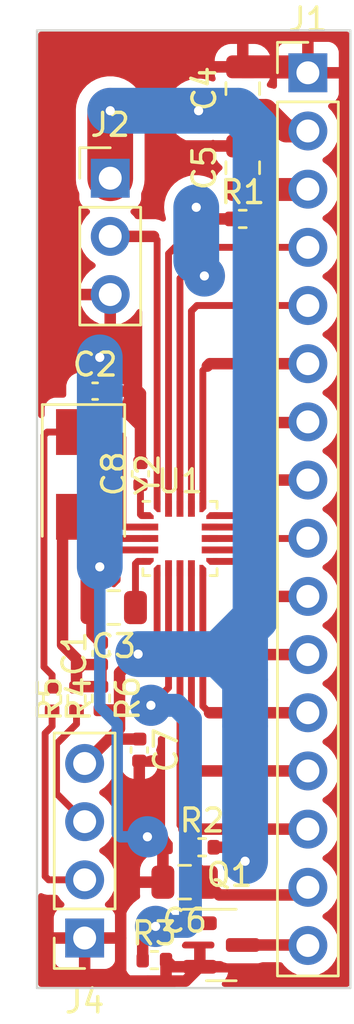
<source format=kicad_pcb>
(kicad_pcb (version 20221018) (generator pcbnew)
  (layers (0 "F.Cu" signal) (31 "B.Cu" signal) (34 "B.Paste" user) (35 "F.Paste" user) (36 "B.SilkS" user "B.Silkscreen") (37 "F.SilkS" user "F.Silkscreen") (38 "B.Mask" user) (39 "F.Mask" user) (44 "Edge.Cuts" user))
  (net 0 "")
  (net 1 "Net-(Q1-G)")
  (net 2 "GND")
  (net 3 "Net-(J1-Pin_16)")
  (net 4 "Net-(U1-NRST)")
  (net 5 "Net-(U1-VCAP)")
  (net 6 "+5V")
  (net 7 "Net-(J1-Pin_5)")
  (net 8 "Net-(J1-Pin_4)")
  (net 9 "Net-(J1-Pin_6)")
  (net 10 "Net-(J1-Pin_7)")
  (net 11 "Net-(U1-PD4)")
  (net 12 "Net-(J2-Pin_2)")
  (net 13 "Net-(J1-Pin_3)")
  (net 14 "Net-(J1-Pin_15)")
  (net 15 "Net-(J1-Pin_8)")
  (net 16 "Net-(J1-Pin_9)")
  (net 17 "Net-(J1-Pin_10)")
  (net 18 "Net-(J1-Pin_11)")
  (net 19 "Net-(J1-Pin_12)")
  (net 20 "Net-(J1-Pin_13)")
  (net 21 "Net-(J1-Pin_14)")
  (net 22 "Net-(U1-PA2)")
  (net 23 "Net-(U1-PA1)")
  (net 24 "Net-(J4-Pin_2)")
  (net 25 "Net-(J4-Pin_3)")
  (footprint "Resistor_SMD:R_0402_1005Metric" (layer "F.Cu") (at 72.896 81.0768)
    (fp_text reference "R3" (at 0 -1.17) (layer "F.SilkS"))
    (fp_text value "10k")
    (fp_line (start -0.153641 -0.38) (end 0.153641 -0.38) (stroke (width 0.12)) (layer "F.SilkS"))
    (fp_line (start -0.153641 0.38) (end 0.153641 0.38) (stroke (width 0.12)) (layer "F.SilkS"))
    (pad "1" smd roundrect (at -0.51 0) (size 0.54 0.64) (layers "F.Cu" "F.Paste" "F.Mask") (net 1 "Net-(Q1-G)"))
    (pad "2" smd roundrect (at 0.51 0) (size 0.54 0.64) (layers "F.Cu" "F.Paste" "F.Mask") (net 2 "GND"))
  )
  (footprint "Capacitor_SMD:C_0402_1005Metric" (layer "F.Cu") (at 72.2884 59.8424 90)
    (fp_text reference "C8" (at 0 -1.16 90) (layer "F.SilkS"))
    (fp_text value "0.1u")
    (fp_line (start -0.107836 -0.36) (end 0.107836 -0.36) (stroke (width 0.12)) (layer "F.SilkS"))
    (fp_line (start -0.107836 0.36) (end 0.107836 0.36) (stroke (width 0.12)) (layer "F.SilkS"))
    (pad "1" smd roundrect (at -0.48 0 90) (size 0.56 0.62) (layers "F.Cu" "F.Paste" "F.Mask") (net 4 "Net-(U1-NRST)"))
    (pad "2" smd roundrect (at 0.48 0 90) (size 0.56 0.62) (layers "F.Cu" "F.Paste" "F.Mask") (net 2 "GND"))
  )
  (footprint "Resistor_SMD:R_0402_1005Metric" (layer "F.Cu") (at 74.9808 76.1492)
    (fp_text reference "R2" (at 0 -1.17) (layer "F.SilkS"))
    (fp_text value "1k")
    (fp_line (start -0.153641 -0.38) (end 0.153641 -0.38) (stroke (width 0.12)) (layer "F.SilkS"))
    (fp_line (start -0.153641 0.38) (end 0.153641 0.38) (stroke (width 0.12)) (layer "F.SilkS"))
    (pad "1" smd roundrect (at -0.51 0) (size 0.54 0.64) (layers "F.Cu" "F.Paste" "F.Mask") (net 14 "Net-(J1-Pin_15)"))
    (pad "2" smd roundrect (at 0.51 0) (size 0.54 0.64) (layers "F.Cu" "F.Paste" "F.Mask") (net 6 "+5V"))
  )
  (footprint "Resistor_SMD:R_0402_1005Metric" (layer "F.Cu") (at 69.4944 69.6768 90)
    (fp_text reference "R5" (at 0 -1.17 90) (layer "F.SilkS"))
    (fp_text value "50")
    (fp_line (start -0.153641 -0.38) (end 0.153641 -0.38) (stroke (width 0.12)) (layer "F.SilkS"))
    (fp_line (start -0.153641 0.38) (end 0.153641 0.38) (stroke (width 0.12)) (layer "F.SilkS"))
    (pad "1" smd roundrect (at -0.51 0 90) (size 0.54 0.64) (layers "F.Cu" "F.Paste" "F.Mask") (net 25 "Net-(J4-Pin_3)"))
    (pad "2" smd roundrect (at 0.51 0 90) (size 0.54 0.64) (layers "F.Cu" "F.Paste" "F.Mask") (net 22 "Net-(U1-PA2)"))
  )
  (footprint "Capacitor_SMD:C_0402_1005Metric" (layer "F.Cu") (at 70.5612 67.6936 90)
    (fp_text reference "C1" (at 0 -1.16 90) (layer "F.SilkS"))
    (fp_text value "20p")
    (fp_line (start -0.107836 -0.36) (end 0.107836 -0.36) (stroke (width 0.12)) (layer "F.SilkS"))
    (fp_line (start -0.107836 0.36) (end 0.107836 0.36) (stroke (width 0.12)) (layer "F.SilkS"))
    (pad "1" smd roundrect (at -0.48 0 90) (size 0.56 0.62) (layers "F.Cu" "F.Paste" "F.Mask") (net 22 "Net-(U1-PA2)"))
    (pad "2" smd roundrect (at 0.48 0 90) (size 0.56 0.62) (layers "F.Cu" "F.Paste" "F.Mask") (net 2 "GND"))
  )
  (footprint "Resistor_SMD:R_0402_1005Metric" (layer "F.Cu") (at 70.5612 69.6468 -90)
    (fp_text reference "R6" (at 0 -1.17 90) (layer "F.SilkS"))
    (fp_text value "1k")
    (fp_line (start -0.153641 -0.38) (end 0.153641 -0.38) (stroke (width 0.12)) (layer "F.SilkS"))
    (fp_line (start -0.153641 0.38) (end 0.153641 0.38) (stroke (width 0.12)) (layer "F.SilkS"))
    (pad "1" smd roundrect (at -0.51 0 270) (size 0.54 0.64) (layers "F.Cu" "F.Paste" "F.Mask") (net 22 "Net-(U1-PA2)"))
    (pad "2" smd roundrect (at 0.51 0 270) (size 0.54 0.64) (layers "F.Cu" "F.Paste" "F.Mask") (net 6 "+5V"))
  )
  (footprint "Connector_PinHeader_2.54mm:PinHeader_1x16_P2.54mm_Vertical" (layer "F.Cu") (at 79.6044 42.3372)
    (fp_text reference "J1" (at 0 -2.33) (layer "F.SilkS"))
    (fp_text value "1602")
    (fp_line (start -1.33 -1.33) (end 0 -1.33) (stroke (width 0.12)) (layer "F.SilkS"))
    (fp_line (start -1.33 0) (end -1.33 -1.33) (stroke (width 0.12)) (layer "F.SilkS"))
    (fp_line (start -1.33 1.27) (end -1.33 39.43) (stroke (width 0.12)) (layer "F.SilkS"))
    (fp_line (start -1.33 1.27) (end 1.33 1.27) (stroke (width 0.12)) (layer "F.SilkS"))
    (fp_line (start -1.33 39.43) (end 1.33 39.43) (stroke (width 0.12)) (layer "F.SilkS"))
    (fp_line (start 1.33 1.27) (end 1.33 39.43) (stroke (width 0.12)) (layer "F.SilkS"))
    (pad "1" thru_hole rect (at 0 0) (size 1.7 1.7) (drill 1) (layers "*.Cu" "*.Mask") (net 2 "GND"))
    (pad "2" thru_hole oval (at 0 2.54) (size 1.7 1.7) (drill 1) (layers "*.Cu" "*.Mask") (net 6 "+5V"))
    (pad "3" thru_hole oval (at 0 5.08) (size 1.7 1.7) (drill 1) (layers "*.Cu" "*.Mask") (net 13 "Net-(J1-Pin_3)"))
    (pad "4" thru_hole oval (at 0 7.62) (size 1.7 1.7) (drill 1) (layers "*.Cu" "*.Mask") (net 8 "Net-(J1-Pin_4)"))
    (pad "5" thru_hole oval (at 0 10.16) (size 1.7 1.7) (drill 1) (layers "*.Cu" "*.Mask") (net 7 "Net-(J1-Pin_5)"))
    (pad "6" thru_hole oval (at 0 12.7) (size 1.7 1.7) (drill 1) (layers "*.Cu" "*.Mask") (net 9 "Net-(J1-Pin_6)"))
    (pad "7" thru_hole oval (at 0 15.24) (size 1.7 1.7) (drill 1) (layers "*.Cu" "*.Mask") (net 10 "Net-(J1-Pin_7)"))
    (pad "8" thru_hole oval (at 0 17.78) (size 1.7 1.7) (drill 1) (layers "*.Cu" "*.Mask") (net 15 "Net-(J1-Pin_8)"))
    (pad "9" thru_hole oval (at 0 20.32) (size 1.7 1.7) (drill 1) (layers "*.Cu" "*.Mask") (net 16 "Net-(J1-Pin_9)"))
    (pad "10" thru_hole oval (at 0 22.86) (size 1.7 1.7) (drill 1) (layers "*.Cu" "*.Mask") (net 17 "Net-(J1-Pin_10)"))
    (pad "11" thru_hole oval (at 0 25.4) (size 1.7 1.7) (drill 1) (layers "*.Cu" "*.Mask") (net 18 "Net-(J1-Pin_11)"))
    (pad "12" thru_hole oval (at 0 27.94) (size 1.7 1.7) (drill 1) (layers "*.Cu" "*.Mask") (net 19 "Net-(J1-Pin_12)"))
    (pad "13" thru_hole oval (at 0 30.48) (size 1.7 1.7) (drill 1) (layers "*.Cu" "*.Mask") (net 20 "Net-(J1-Pin_13)"))
    (pad "14" thru_hole oval (at 0 33.02) (size 1.7 1.7) (drill 1) (layers "*.Cu" "*.Mask") (net 21 "Net-(J1-Pin_14)"))
    (pad "15" thru_hole oval (at 0 35.56) (size 1.7 1.7) (drill 1) (layers "*.Cu" "*.Mask") (net 14 "Net-(J1-Pin_15)"))
    (pad "16" thru_hole oval (at 0 38.1) (size 1.7 1.7) (drill 1) (layers "*.Cu" "*.Mask") (net 3 "Net-(J1-Pin_16)"))
  )
  (footprint "Resistor_SMD:R_0402_1005Metric" (layer "F.Cu") (at 68.4276 69.6788 -90)
    (fp_text reference "R4" (at 0 -1.17 90) (layer "F.SilkS"))
    (fp_text value "50")
    (fp_line (start -0.153641 -0.38) (end 0.153641 -0.38) (stroke (width 0.12)) (layer "F.SilkS"))
    (fp_line (start -0.153641 0.38) (end 0.153641 0.38) (stroke (width 0.12)) (layer "F.SilkS"))
    (pad "1" smd roundrect (at -0.51 0 270) (size 0.54 0.64) (layers "F.Cu" "F.Paste" "F.Mask") (net 23 "Net-(U1-PA1)"))
    (pad "2" smd roundrect (at 0.51 0 270) (size 0.54 0.64) (layers "F.Cu" "F.Paste" "F.Mask") (net 24 "Net-(J4-Pin_2)"))
  )
  (footprint "Capacitor_SMD:C_0805_2012Metric" (layer "F.Cu") (at 76.7588 43.0276 90)
    (fp_text reference "C4" (at 0 -1.68 90) (layer "F.SilkS"))
    (fp_text value "10u")
    (fp_line (start -0.261252 -0.735) (end 0.261252 -0.735) (stroke (width 0.12)) (layer "F.SilkS"))
    (fp_line (start -0.261252 0.735) (end 0.261252 0.735) (stroke (width 0.12)) (layer "F.SilkS"))
    (pad "1" smd roundrect (at -0.95 0 90) (size 1 1.45) (layers "F.Cu" "F.Paste" "F.Mask") (net 6 "+5V"))
    (pad "2" smd roundrect (at 0.95 0 90) (size 1 1.45) (layers "F.Cu" "F.Paste" "F.Mask") (net 2 "GND"))
  )
  (footprint "Package_TO_SOT_SMD:SOT-23" (layer "F.Cu") (at 75.8213 80.4164)
    (fp_text reference "Q1" (at 0.3556 -3.0624) (layer "F.SilkS"))
    (fp_text value "AO3401A")
    (fp_line (start 0 -1.56) (end -1.675 -1.56) (stroke (width 0.12)) (layer "F.SilkS"))
    (fp_line (start 0 -1.56) (end 0.65 -1.56) (stroke (width 0.12)) (layer "F.SilkS"))
    (fp_line (start 0 1.56) (end -0.65 1.56) (stroke (width 0.12)) (layer "F.SilkS"))
    (fp_line (start 0 1.56) (end 0.65 1.56) (stroke (width 0.12)) (layer "F.SilkS"))
    (pad "1" smd roundrect (at -0.9375 -0.95) (size 1.475 0.6) (layers "F.Cu" "F.Paste" "F.Mask") (net 1 "Net-(Q1-G)"))
    (pad "2" smd roundrect (at -0.9375 0.95) (size 1.475 0.6) (layers "F.Cu" "F.Paste" "F.Mask") (net 2 "GND"))
    (pad "3" smd roundrect (at 0.9375 0) (size 1.475 0.6) (layers "F.Cu" "F.Paste" "F.Mask") (net 3 "Net-(J1-Pin_16)"))
  )
  (footprint "Capacitor_SMD:C_0805_2012Metric" (layer "F.Cu") (at 76.7588 46.482 90)
    (fp_text reference "C5" (at 0 -1.68 90) (layer "F.SilkS"))
    (fp_text value "10u")
    (fp_line (start -0.261252 -0.735) (end 0.261252 -0.735) (stroke (width 0.12)) (layer "F.SilkS"))
    (fp_line (start -0.261252 0.735) (end 0.261252 0.735) (stroke (width 0.12)) (layer "F.SilkS"))
    (pad "1" smd roundrect (at -0.95 0 90) (size 1 1.45) (layers "F.Cu" "F.Paste" "F.Mask") (net 13 "Net-(J1-Pin_3)"))
    (pad "2" smd roundrect (at 0.95 0 90) (size 1 1.45) (layers "F.Cu" "F.Paste" "F.Mask") (net 2 "GND"))
  )
  (footprint "Connector_PinSocket_2.54mm:PinSocket_1x04_P2.54mm_Vertical" (layer "F.Cu") (at 69.85 80.1116 180)
    (fp_text reference "J4" (at 0 -2.77) (layer "F.SilkS"))
    (fp_text value "usb")
    (fp_line (start -1.33 1.27) (end -1.33 8.95) (stroke (width 0.12)) (layer "F.SilkS"))
    (fp_line (start -1.33 1.27) (end 1.33 1.27) (stroke (width 0.12)) (layer "F.SilkS"))
    (fp_line (start -1.33 8.95) (end 1.33 8.95) (stroke (width 0.12)) (layer "F.SilkS"))
    (fp_line (start 0 -1.33) (end 1.33 -1.33) (stroke (width 0.12)) (layer "F.SilkS"))
    (fp_line (start 1.33 -1.33) (end 1.33 0) (stroke (width 0.12)) (layer "F.SilkS"))
    (fp_line (start 1.33 1.27) (end 1.33 8.95) (stroke (width 0.12)) (layer "F.SilkS"))
    (pad "1" thru_hole rect (at 0 0 180) (size 1.7 1.7) (drill 1) (layers "*.Cu" "*.Mask") (net 2 "GND"))
    (pad "2" thru_hole oval (at 0 2.54 180) (size 1.7 1.7) (drill 1) (layers "*.Cu" "*.Mask") (net 24 "Net-(J4-Pin_2)"))
    (pad "3" thru_hole oval (at 0 5.08 180) (size 1.7 1.7) (drill 1) (layers "*.Cu" "*.Mask") (net 25 "Net-(J4-Pin_3)"))
    (pad "4" thru_hole oval (at 0 7.62 180) (size 1.7 1.7) (drill 1) (layers "*.Cu" "*.Mask") (net 6 "+5V"))
  )
  (footprint "Capacitor_SMD:C_0402_1005Metric" (layer "F.Cu") (at 70.3072 56.2356)
    (fp_text reference "C2" (at 0 -1.16) (layer "F.SilkS"))
    (fp_text value "20p")
    (fp_line (start -0.107836 -0.36) (end 0.107836 -0.36) (stroke (width 0.12)) (layer "F.SilkS"))
    (fp_line (start -0.107836 0.36) (end 0.107836 0.36) (stroke (width 0.12)) (layer "F.SilkS"))
    (pad "1" smd roundrect (at -0.48 0) (size 0.56 0.62) (layers "F.Cu" "F.Paste" "F.Mask") (net 23 "Net-(U1-PA1)"))
    (pad "2" smd roundrect (at 0.48 0) (size 0.56 0.62) (layers "F.Cu" "F.Paste" "F.Mask") (net 2 "GND"))
  )
  (footprint "Capacitor_SMD:C_0402_1005Metric" (layer "F.Cu") (at 72.2376 71.9048 -90)
    (fp_text reference "C7" (at 0 -1.16 90) (layer "F.SilkS"))
    (fp_text value "0.1u")
    (fp_line (start -0.107836 -0.36) (end 0.107836 -0.36) (stroke (width 0.12)) (layer "F.SilkS"))
    (fp_line (start -0.107836 0.36) (end 0.107836 0.36) (stroke (width 0.12)) (layer "F.SilkS"))
    (pad "1" smd roundrect (at -0.48 0 270) (size 0.56 0.62) (layers "F.Cu" "F.Paste" "F.Mask") (net 6 "+5V"))
    (pad "2" smd roundrect (at 0.48 0 270) (size 0.56 0.62) (layers "F.Cu" "F.Paste" "F.Mask") (net 2 "GND"))
  )
  (footprint "Package_DFN_QFN:ST_UFQFPN-20_3x3mm_P0.5mm" (layer "F.Cu") (at 74.0156 62.669)
    (fp_text reference "U1" (at 0 -2.5) (layer "F.SilkS"))
    (fp_text value "STM8S003F3U")
    (fp_line (start -1.62 -1.62) (end -1.32 -1.62) (stroke (width 0.12)) (layer "F.SilkS"))
    (fp_line (start -1.62 1.62) (end -1.62 1.32) (stroke (width 0.12)) (layer "F.SilkS"))
    (fp_line (start -1.62 1.62) (end -1.32 1.62) (stroke (width 0.12)) (layer "F.SilkS"))
    (fp_line (start 1.62 -1.62) (end 1.32 -1.62) (stroke (width 0.12)) (layer "F.SilkS"))
    (fp_line (start 1.62 -1.62) (end 1.62 -1.32) (stroke (width 0.12)) (layer "F.SilkS"))
    (fp_line (start 1.62 1.62) (end 1.32 1.62) (stroke (width 0.12)) (layer "F.SilkS"))
    (fp_line (start 1.62 1.62) (end 1.62 1.32) (stroke (width 0.12)) (layer "F.SilkS"))
    (pad "1" smd custom (at -1.475 -1) (size 0.35 0.3) (layers "F.Cu" "F.Paste" "F.Mask") (net 4 "Net-(U1-NRST)") (options (clearance outline) (anchor rect)) (primitives (gr_poly (pts (xy 0.325 0) (xy 0.325 0.15) (xy 0.175 0.15) (xy 0.175 -0.15)) (width 0) (fill yes))))
    (pad "2" smd rect (at -1.3 -0.5) (size 0.7 0.3) (layers "F.Cu" "F.Paste" "F.Mask") (net 23 "Net-(U1-PA1)"))
    (pad "3" smd rect (at -1.3 0) (size 0.7 0.3) (layers "F.Cu" "F.Paste" "F.Mask") (net 22 "Net-(U1-PA2)"))
    (pad "4" smd rect (at -1.3 0.5) (size 0.7 0.3) (layers "F.Cu" "F.Paste" "F.Mask") (net 2 "GND"))
    (pad "5" smd custom (at -1.475 1) (size 0.35 0.3) (layers "F.Cu" "F.Paste" "F.Mask") (net 5 "Net-(U1-VCAP)") (options (clearance outline) (anchor rect)) (primitives (gr_poly (pts (xy 0.325 0) (xy 0.175 0.15) (xy 0.175 -0.15) (xy 0.325 -0.15)) (width 0) (fill yes))))
    (pad "6" smd custom (at -1 1.475) (size 0.3 0.35) (layers "F.Cu" "F.Paste" "F.Mask") (net 6 "+5V") (options (clearance outline) (anchor rect)) (primitives (gr_poly (pts (xy 0.15 -0.175) (xy -0.15 -0.175) (xy 0 -0.325) (xy 0.15 -0.325)) (width 0) (fill yes))))
    (pad "7" smd rect (at -0.5 1.3) (size 0.3 0.7) (layers "F.Cu" "F.Paste" "F.Mask") (net 1 "Net-(Q1-G)"))
    (pad "8" smd rect (at 0 1.3) (size 0.3 0.7) (layers "F.Cu" "F.Paste" "F.Mask") (net 21 "Net-(J1-Pin_14)"))
    (pad "9" smd rect (at 0.5 1.3) (size 0.3 0.7) (layers "F.Cu" "F.Paste" "F.Mask") (net 20 "Net-(J1-Pin_13)"))
    (pad "10" smd custom (at 1 1.475) (size 0.3 0.35) (layers "F.Cu" "F.Paste" "F.Mask") (net 19 "Net-(J1-Pin_12)") (options (clearance outline) (anchor rect)) (primitives (gr_poly (pts (xy 0.15 -0.175) (xy -0.15 -0.175) (xy -0.15 -0.325) (xy 0 -0.325)) (width 0) (fill yes))))
    (pad "11" smd custom (at 1.475 1) (size 0.35 0.3) (layers "F.Cu" "F.Paste" "F.Mask") (net 18 "Net-(J1-Pin_11)") (options (clearance outline) (anchor rect)) (primitives (gr_poly (pts (xy -0.175 0.15) (xy -0.325 0) (xy -0.325 -0.15) (xy -0.175 -0.15)) (width 0) (fill yes))))
    (pad "12" smd rect (at 1.3 0.5) (size 0.7 0.3) (layers "F.Cu" "F.Paste" "F.Mask") (net 17 "Net-(J1-Pin_10)"))
    (pad "13" smd rect (at 1.3 0) (size 0.7 0.3) (layers "F.Cu" "F.Paste" "F.Mask") (net 16 "Net-(J1-Pin_9)"))
    (pad "14" smd rect (at 1.3 -0.5) (size 0.7 0.3) (layers "F.Cu" "F.Paste" "F.Mask") (net 15 "Net-(J1-Pin_8)"))
    (pad "15" smd custom (at 1.475 -1) (size 0.35 0.3) (layers "F.Cu" "F.Paste" "F.Mask") (net 10 "Net-(J1-Pin_7)") (options (clearance outline) (anchor rect)) (primitives (gr_poly (pts (xy -0.175 0.15) (xy -0.325 0.15) (xy -0.325 0) (xy -0.175 -0.15)) (width 0) (fill yes))))
    (pad "16" smd custom (at 1 -1.475) (size 0.3 0.35) (layers "F.Cu" "F.Paste" "F.Mask") (net 9 "Net-(J1-Pin_6)") (options (clearance outline) (anchor rect)) (primitives (gr_poly (pts (xy 0 0.325) (xy -0.15 0.325) (xy -0.15 0.175) (xy 0.15 0.175)) (width 0) (fill yes))))
    (pad "17" smd rect (at 0.5 -1.3) (size 0.3 0.7) (layers "F.Cu" "F.Paste" "F.Mask") (net 7 "Net-(J1-Pin_5)"))
    (pad "18" smd rect (at 0 -1.3) (size 0.3 0.7) (layers "F.Cu" "F.Paste" "F.Mask") (net 11 "Net-(U1-PD4)"))
    (pad "19" smd rect (at -0.5 -1.3) (size 0.3 0.7) (layers "F.Cu" "F.Paste" "F.Mask") (net 8 "Net-(J1-Pin_4)"))
    (pad "20" smd custom (at -1 -1.475) (size 0.3 0.35) (layers "F.Cu" "F.Paste" "F.Mask") (net 12 "Net-(J2-Pin_2)") (options (clearance outline) (anchor rect)) (primitives (gr_poly (pts (xy 0.15 0.325) (xy 0 0.325) (xy -0.15 0.175) (xy 0.15 0.175)) (width 0) (fill yes))))
  )
  (footprint "Capacitor_SMD:C_0805_2012Metric" (layer "F.Cu") (at 71.12 65.6844 180)
    (fp_text reference "C3" (at 0 -1.68) (layer "F.SilkS"))
    (fp_text value "1u")
    (fp_line (start -0.261252 -0.735) (end 0.261252 -0.735) (stroke (width 0.12)) (layer "F.SilkS"))
    (fp_line (start -0.261252 0.735) (end 0.261252 0.735) (stroke (width 0.12)) (layer "F.SilkS"))
    (pad "1" smd roundrect (at -0.95 0 180) (size 1 1.45) (layers "F.Cu" "F.Paste" "F.Mask") (net 5 "Net-(U1-VCAP)"))
    (pad "2" smd roundrect (at 0.95 0 180) (size 1 1.45) (layers "F.Cu" "F.Paste" "F.Mask") (net 2 "GND"))
  )
  (footprint "stock_modified:Crystal_SMD_5032-2Pin_5.0x3.2mm" (layer "F.Cu") (at 69.7992 59.872 -90)
    (fp_text reference "Y2" (at 0 -2.8 90) (layer "F.SilkS"))
    (fp_text value "16M")
    (fp_line (start -3.05 -1.8) (end -3.05 1.8) (stroke (width 0.12)) (layer "F.SilkS"))
    (fp_line (start -3.05 1.8) (end 2.7 1.8) (stroke (width 0.12)) (layer "F.SilkS"))
    (fp_line (start 2.7 -1.8) (end -3.05 -1.8) (stroke (width 0.12)) (layer "F.SilkS"))
    (pad "1" smd rect (at -1.85 0 270) (size 2 2.4) (layers "F.Cu" "F.Paste" "F.Mask") (net 23 "Net-(U1-PA1)"))
    (pad "2" smd rect (at 1.85 0 270) (size 2 2.4) (layers "F.Cu" "F.Paste" "F.Mask") (net 22 "Net-(U1-PA2)"))
  )
  (footprint "Capacitor_SMD:C_0805_2012Metric" (layer "F.Cu") (at 74.2188 77.6732 180)
    (fp_text reference "C6" (at 0 -1.68) (layer "F.SilkS"))
    (fp_text value "10u")
    (fp_line (start -0.261252 -0.735) (end 0.261252 -0.735) (stroke (width 0.12)) (layer "F.SilkS"))
    (fp_line (start -0.261252 0.735) (end 0.261252 0.735) (stroke (width 0.12)) (layer "F.SilkS"))
    (pad "1" smd roundrect (at -0.95 0 180) (size 1 1.45) (layers "F.Cu" "F.Paste" "F.Mask") (net 14 "Net-(J1-Pin_15)"))
    (pad "2" smd roundrect (at 0.95 0 180) (size 1 1.45) (layers "F.Cu" "F.Paste" "F.Mask") (net 2 "GND"))
  )
  (footprint "Connector_PinHeader_2.54mm:PinHeader_1x03_P2.54mm_Vertical" (layer "F.Cu") (at 70.9676 46.9392)
    (fp_text reference "J2" (at 0 -2.33) (layer "F.SilkS"))
    (fp_text value "in")
    (fp_line (start -1.33 -1.33) (end 0 -1.33) (stroke (width 0.12)) (layer "F.SilkS"))
    (fp_line (start -1.33 0) (end -1.33 -1.33) (stroke (width 0.12)) (layer "F.SilkS"))
    (fp_line (start -1.33 1.27) (end -1.33 6.41) (stroke (width 0.12)) (layer "F.SilkS"))
    (fp_line (start -1.33 1.27) (end 1.33 1.27) (stroke (width 0.12)) (layer "F.SilkS"))
    (fp_line (start -1.33 6.41) (end 1.33 6.41) (stroke (width 0.12)) (layer "F.SilkS"))
    (fp_line (start 1.33 1.27) (end 1.33 6.41) (stroke (width 0.12)) (layer "F.SilkS"))
    (pad "1" thru_hole rect (at 0 0) (size 1.7 1.7) (drill 1) (layers "*.Cu" "*.Mask") (net 6 "+5V"))
    (pad "2" thru_hole oval (at 0 2.54) (size 1.7 1.7) (drill 1) (layers "*.Cu" "*.Mask") (net 12 "Net-(J2-Pin_2)"))
    (pad "3" thru_hole oval (at 0 5.08) (size 1.7 1.7) (drill 1) (layers "*.Cu" "*.Mask") (net 2 "GND"))
  )
  (footprint "Resistor_SMD:R_0402_1005Metric" (layer "F.Cu") (at 76.7568 48.7172)
    (fp_text reference "R1" (at 0 -1.17) (layer "F.SilkS"))
    (fp_text value "1k")
    (fp_line (start -0.153641 -0.38) (end 0.153641 -0.38) (stroke (width 0.12)) (layer "F.SilkS"))
    (fp_line (start -0.153641 0.38) (end 0.153641 0.38) (stroke (width 0.12)) (layer "F.SilkS"))
    (pad "1" smd roundrect (at -0.51 0) (size 0.54 0.64) (layers "F.Cu" "F.Paste" "F.Mask") (net 11 "Net-(U1-PD4)"))
    (pad "2" smd roundrect (at 0.51 0) (size 0.54 0.64) (layers "F.Cu" "F.Paste" "F.Mask") (net 13 "Net-(J1-Pin_3)"))
  )
  (gr_rect (start 67.7672 40.4876) (end 81.4578 82.296) (stroke (width 0.1)) (fill none) (layer "Edge.Cuts"))
  (segment (start 73.5156 68.4784) (end 73.5156 69.1816) (width 0.3) (layer "F.Cu") (net 1))
  (segment (start 72.386 81.0768) (end 72.386 80.1664) (width 0.5) (layer "F.Cu") (net 1))
  (segment (start 73.5156 63.969) (end 73.5156 68.4784) (width 0.3) (layer "F.Cu") (net 1))
  (segment (start 73.5156 69.1816) (end 72.7456 69.9516) (width 0.3) (layer "F.Cu") (net 1))
  (segment (start 74.8838 79.4664) (end 73.086 79.4664) (width 0.5) (layer "F.Cu") (net 1))
  (segment (start 73.086 79.4664) (end 72.9488 79.6036) (width 0.5) (layer "F.Cu") (net 1))
  (segment (start 72.386 80.1664) (end 72.9488 79.6036) (width 0.5) (layer "F.Cu") (net 1))
  (via (at 72.9488 79.6036) (size 1.8) (drill 0.4) (layers "F.Cu" "B.Cu") (net 1))
  (via (at 72.7456 69.9516) (size 1.8) (drill 0.4) (layers "F.Cu" "B.Cu") (net 1))
  (segment (start 74.3204 79.6036) (end 72.9488 79.6036) (width 1) (layer "B.Cu") (net 1))
  (segment (start 74.4728 73.4568) (end 74.4728 70.5612) (width 1) (layer "B.Cu") (net 1))
  (segment (start 74.4728 73.4568) (end 74.4728 79.4512) (width 1) (layer "B.Cu") (net 1))
  (segment (start 73.8632 69.9516) (end 74.4728 70.5612) (width 1) (layer "B.Cu") (net 1))
  (segment (start 74.4728 79.4512) (end 74.3204 79.6036) (width 1) (layer "B.Cu") (net 1))
  (segment (start 72.7456 69.9516) (end 73.8632 69.9516) (width 1) (layer "B.Cu") (net 1))
  (segment (start 73.34 42.0776) (end 72.9488 42.4688) (width 0.5) (layer "F.Cu") (net 2))
  (segment (start 72.2884 56.3372) (end 72.1868 56.2356) (width 0.5) (layer "F.Cu") (net 2))
  (segment (start 70.9676 52.0192) (end 70.9676 54.3052) (width 0.5) (layer "F.Cu") (net 2))
  (segment (start 72.9488 42.4688) (end 72.9488 45.1612) (width 0.5) (layer "F.Cu") (net 2))
  (segment (start 69.85 81.788) (end 69.85 80.1116) (width 0.5) (layer "F.Cu") (net 2))
  (segment (start 72.2376 72.3848) (end 72.2376 74.2188) (width 0.5) (layer "F.Cu") (net 2))
  (segment (start 73.406 81.0768) (end 73.406 81.8388) (width 0.5) (layer "F.Cu") (net 2))
  (segment (start 73.6956 81.3664) (end 73.406 81.0768) (width 0.5) (layer "F.Cu") (net 2))
  (segment (start 71.4248 80.1116) (end 71.4248 81.9912) (width 0.5) (layer "F.Cu") (net 2))
  (segment (start 72.2376 74.2188) (end 72.2376 75.2856) (width 0.5) (layer "F.Cu") (net 2))
  (segment (start 72.2884 59.3624) (end 72.2884 56.3372) (width 0.5) (layer "F.Cu") (net 2))
  (segment (start 73.2668 77.6752) (end 73.2688 77.6732) (width 0.5) (layer "F.Cu") (net 2))
  (segment (start 71.628 77.6732) (end 71.4248 77.8764) (width 0.5) (layer "F.Cu") (net 2))
  (segment (start 69.0372 52.0192) (end 68.7832 51.7652) (width 0.5) (layer "F.Cu") (net 2))
  (segment (start 71.4248 77.8764) (end 71.4248 78.3336) (width 0.5) (layer "F.Cu") (net 2))
  (segment (start 69.85 80.1116) (end 71.4248 80.1116) (width 0.5) (layer "F.Cu") (net 2))
  (segment (start 73.2688 77.6732) (end 73.2688 76.3676) (width 0.5) (layer "F.Cu") (net 2))
  (segment (start 73.2536 81.9912) (end 72.5932 81.9912) (width 0.5) (layer "F.Cu") (net 2))
  (segment (start 74.259 81.9912) (end 74.8838 81.3664) (width 0.5) (layer "F.Cu") (net 2))
  (segment (start 70.17 65.6844) (end 70.17 64.2468) (width 1) (layer "F.Cu") (net 2))
  (segment (start 73.3196 45.532) (end 76.7588 45.532) (width 0.5) (layer "F.Cu") (net 2))
  (segment (start 70.17 64.2468) (end 70.5104 63.9064) (width 1) (layer "F.Cu") (net 2))
  (segment (start 74.8838 81.3664) (end 73.6956 81.3664) (width 0.5) (layer "F.Cu") (net 2))
  (segment (start 80.118 41.8236) (end 79.6044 42.3372) (width 0.3) (layer "F.Cu") (net 2))
  (segment (start 74.9808 42.0776) (end 73.34 42.0776) (width 0.5) (layer "F.Cu") (net 2))
  (segment (start 70.9676 52.0192) (end 69.0372 52.0192) (width 0.5) (layer "F.Cu") (net 2))
  (segment (start 72.5932 81.9912) (end 71.4248 81.9912) (width 0.5) (layer "F.Cu") (net 2))
  (segment (start 71.4248 76.0984) (end 71.4248 78.3336) (width 0.5) (layer "F.Cu") (net 2))
  (segment (start 69.4284 42.0776) (end 74.9808 42.0776) (width 0.5) (layer "F.Cu") (net 2))
  (segment (start 70.0532 81.9912) (end 69.85 81.788) (width 0.5) (layer "F.Cu") (net 2))
  (segment (start 73.2688 77.6732) (end 71.628 77.6732) (width 0.5) (layer "F.Cu") (net 2))
  (segment (start 68.7832 51.7652) (end 68.7832 42.7228) (width 0.5) (layer "F.Cu") (net 2))
  (segment (start 71.4248 78.3336) (end 71.4248 80.1116) (width 0.5) (layer "F.Cu") (net 2))
  (segment (start 71.4248 81.9912) (end 70.0532 81.9912) (width 0.5) (layer "F.Cu") (net 2))
  (segment (start 79.3448 42.0776) (end 79.6044 42.3372) (width 1) (layer "F.Cu") (net 2))
  (segment (start 71.2478 63.169) (end 70.5104 63.9064) (width 0.3) (layer "F.Cu") (net 2))
  (segment (start 72.2376 75.2856) (end 71.4248 76.0984) (width 0.5) (layer "F.Cu") (net 2))
  (segment (start 70.17 66.8224) (end 70.5612 67.2136) (width 0.5) (layer "F.Cu") (net 2))
  (segment (start 70.9676 54.3052) (end 70.5104 54.7624) (width 0.5) (layer "F.Cu") (net 2))
  (segment (start 76.7588 42.0776) (end 79.3448 42.0776) (width 1) (layer "F.Cu") (net 2))
  (segment (start 72.9488 45.1612) (end 73.3196 45.532) (width 0.5) (layer "F.Cu") (net 2))
  (segment (start 72.1868 56.2356) (end 70.7872 56.2356) (width 0.5) (layer "F.Cu") (net 2))
  (segment (start 70.17 65.6844) (end 70.17 66.8224) (width 0.5) (layer "F.Cu") (net 2))
  (segment (start 73.2688 76.3676) (end 72.5932 75.692) (width 0.5) (layer "F.Cu") (net 2))
  (segment (start 76.7588 42.0776) (end 74.9808 42.0776) (width 0.5) (layer "F.Cu") (net 2))
  (segment (start 68.7832 42.7228) (end 69.4284 42.0776) (width 0.5) (layer "F.Cu") (net 2))
  (segment (start 72.7156 63.169) (end 71.2478 63.169) (width 0.3) (layer "F.Cu") (net 2))
  (segment (start 72.5932 81.9912) (end 74.259 81.9912) (width 0.5) (layer "F.Cu") (net 2))
  (segment (start 73.406 81.8388) (end 73.2536 81.9912) (width 0.5) (layer "F.Cu") (net 2))
  (segment (start 70.9676 55.0164) (end 72.2884 56.3372) (width 0.5) (layer "F.Cu") (net 2))
  (via (at 70.5104 63.9064) (size 1.8) (drill 0.4) (layers "F.Cu" "B.Cu") (net 2))
  (via (at 72.5932 75.692) (size 1.8) (drill 0.4) (layers "F.Cu" "B.Cu") (net 2))
  (via (at 70.5104 54.7624) (size 1.8) (drill 0.4) (layers "F.Cu" "B.Cu") (net 2))
  (segment (start 71.2724 70.7644) (end 71.2724 75.5396) (width 0.5) (layer "B.Cu") (net 2))
  (segment (start 70.5104 54.7624) (end 70.5104 63.9064) (width 2) (layer "B.Cu") (net 2))
  (segment (start 72.5932 75.692) (end 71.4248 75.692) (width 0.5) (layer "B.Cu") (net 2))
  (segment (start 70.5104 63.9064) (end 70.5104 70.0024) (width 0.5) (layer "B.Cu") (net 2))
  (segment (start 70.5104 70.0024) (end 71.2724 70.7644) (width 0.5) (layer "B.Cu") (net 2))
  (segment (start 71.4248 75.692) (end 71.2724 75.5396) (width 0.5) (layer "B.Cu") (net 2))
  (segment (start 76.7588 80.4164) (end 79.5836 80.4164) (width 0.5) (layer "F.Cu") (net 3))
  (segment (start 79.5836 80.4164) (end 79.6044 80.4372) (width 0.5) (layer "F.Cu") (net 3))
  (segment (start 72.2884 61.6204) (end 72.2884 60.3732) (width 0.3) (layer "F.Cu") (net 4))
  (segment (start 72.2884 60.3732) (end 72.3392 60.3224) (width 0.3) (layer "F.Cu") (net 4))
  (segment (start 72.337 61.669) (end 72.2884 61.6204) (width 0.3) (layer "F.Cu") (net 4))
  (segment (start 72.5406 61.669) (end 72.337 61.669) (width 0.3) (layer "F.Cu") (net 4))
  (segment (start 72.07 63.7692) (end 72.07 65.6844) (width 0.3) (layer "F.Cu") (net 5))
  (segment (start 72.5406 63.669) (end 72.1702 63.669) (width 0.3) (layer "F.Cu") (net 5))
  (segment (start 72.1702 63.669) (end 72.07 63.7692) (width 0.3) (layer "F.Cu") (net 5))
  (segment (start 71.374 70.104) (end 71.374 69.1388) (width 0.5) (layer "F.Cu") (net 6))
  (segment (start 77.7596 43.9776) (end 78.6592 44.8772) (width 1) (layer "F.Cu") (net 6))
  (segment (start 73.0156 64.144) (end 73.0156 66.8876) (width 0.3) (layer "F.Cu") (net 6))
  (segment (start 73.0156 66.8876) (end 72.1868 67.7164) (width 0.3) (layer "F.Cu") (net 6))
  (segment (start 70.6882 71.6534) (end 71.374 70.9676) (width 0.5) (layer "F.Cu") (net 6))
  (segment (start 71.3212 70.1568) (end 71.374 70.104) (width 0.5) (layer "F.Cu") (net 6))
  (segment (start 70.5612 70.1568) (end 71.3212 70.1568) (width 0.5) (layer "F.Cu") (net 6))
  (segment (start 70.9168 71.4248) (end 70.6882 71.6534) (width 0.5) (layer "F.Cu") (net 6))
  (segment (start 76.7588 43.9776) (end 74.8436 43.9776) (width 1) (layer "F.Cu") (net 6))
  (segment (start 78.6592 44.8772) (end 79.6044 44.8772) (width 1) (layer "F.Cu") (net 6))
  (segment (start 72.2376 71.4248) (end 70.9168 71.4248) (width 0.5) (layer "F.Cu") (net 6))
  (segment (start 71.374 69.1388) (end 71.374 68.5292) (width 0.5) (layer "F.Cu") (net 6))
  (segment (start 69.85 72.4916) (end 70.6882 71.6534) (width 0.5) (layer "F.Cu") (net 6))
  (segment (start 71.372 69.1368) (end 71.374 69.1388) (width 0.5) (layer "F.Cu") (net 6))
  (segment (start 74.8436 43.9776) (end 74.8284 43.9928) (width 1) (layer "F.Cu") (net 6))
  (segment (start 76.2508 76.1492) (end 76.8604 76.7588) (width 0.5) (layer "F.Cu") (net 6))
  (segment (start 75.4908 76.1492) (end 76.2508 76.1492) (width 0.5) (layer "F.Cu") (net 6))
  (segment (start 70.9676 46.9392) (end 70.9676 43.9928) (width 2) (layer "F.Cu") (net 6))
  (segment (start 76.7588 43.9776) (end 77.7596 43.9776) (width 1) (layer "F.Cu") (net 6))
  (segment (start 71.374 70.9676) (end 71.374 70.104) (width 0.5) (layer "F.Cu") (net 6))
  (segment (start 71.374 68.5292) (end 72.1868 67.7164) (width 0.5) (layer "F.Cu") (net 6))
  (via (at 74.8284 43.9928) (size 1.8) (drill 0.4) (layers "F.Cu" "B.Cu") (net 6))
  (via (at 70.9676 43.9928) (size 1.8) (drill 0.4) (layers "F.Cu" "B.Cu") (net 6))
  (via (at 72.1868 67.7164) (size 1.8) (drill 0.4) (layers "F.Cu" "B.Cu") (net 6))
  (via (at 76.8604 76.7588) (size 1.8) (drill 0.4) (layers "F.Cu" "B.Cu") (net 6))
  (segment (start 74.8284 43.9928) (end 76.5556 43.9928) (width 2) (layer "B.Cu") (net 6))
  (segment (start 70.9676 43.9928) (end 74.8284 43.9928) (width 2) (layer "B.Cu") (net 6))
  (segment (start 76.8604 76.7588) (end 76.8604 70.866) (width 2) (layer "B.Cu") (net 6))
  (segment (start 76.8604 68.834) (end 75.7428 67.7164) (width 2) (layer "B.Cu") (net 6))
  (segment (start 76.8604 66.5988) (end 77.3176 66.1416) (width 2) (layer "B.Cu") (net 6))
  (segment (start 76.8604 70.866) (end 76.8604 68.834) (width 2) (layer "B.Cu") (net 6))
  (segment (start 76.5556 43.9928) (end 77.3176 44.7548) (width 2) (layer "B.Cu") (net 6))
  (segment (start 75.7428 67.7164) (end 72.1868 67.7164) (width 2) (layer "B.Cu") (net 6))
  (segment (start 77.3176 44.7548) (end 77.3176 66.1416) (width 2) (layer "B.Cu") (net 6))
  (segment (start 76.8604 70.866) (end 76.8604 66.5988) (width 2) (layer "B.Cu") (net 6))
  (segment (start 77.3176 66.1416) (end 75.7428 67.7164) (width 2) (layer "B.Cu") (net 6))
  (segment (start 79.6044 52.4972) (end 74.7568 52.4972) (width 0.3) (layer "F.Cu") (net 7))
  (segment (start 74.7568 52.4972) (end 74.5156 52.7384) (width 0.3) (layer "F.Cu") (net 7))
  (segment (start 74.5156 52.7384) (end 74.5156 61.369) (width 0.3) (layer "F.Cu") (net 7))
  (segment (start 73.7916 49.9572) (end 73.5156 50.2332) (width 0.3) (layer "F.Cu") (net 8))
  (segment (start 73.5156 61.369) (end 73.5156 50.2332) (width 0.3) (layer "F.Cu") (net 8))
  (segment (start 79.6044 49.9572) (end 73.7916 49.9572) (width 0.3) (layer "F.Cu") (net 8))
  (segment (start 79.5744 55.0672) (end 79.6044 55.0372) (width 0.3) (layer "F.Cu") (net 9))
  (segment (start 75.0156 61.194) (end 75.0156 55.3372) (width 0.3) (layer "F.Cu") (net 9))
  (segment (start 79.6044 55.0372) (end 75.3156 55.0372) (width 0.5) (layer "F.Cu") (net 9))
  (segment (start 79.6252 55.0164) (end 79.6044 55.0372) (width 0.3) (layer "F.Cu") (net 9))
  (segment (start 75.0156 55.3372) (end 75.2094 55.1434) (width 0.3) (layer "F.Cu") (net 9))
  (segment (start 79.6044 55.0372) (end 79.6044 54.8632) (width 0.3) (layer "F.Cu") (net 9))
  (segment (start 75.3156 55.0372) (end 75.2094 55.1434) (width 0.5) (layer "F.Cu") (net 9))
  (segment (start 75.4906 61.669) (end 76.6594 61.669) (width 0.3) (layer "F.Cu") (net 10))
  (segment (start 76.6594 61.669) (end 76.8096 61.5188) (width 0.3) (layer "F.Cu") (net 10))
  (segment (start 79.5744 57.6072) (end 79.6044 57.5772) (width 0.5) (layer "F.Cu") (net 10))
  (segment (start 77.0636 57.6072) (end 79.5744 57.6072) (width 0.5) (layer "F.Cu") (net 10))
  (segment (start 76.8096 57.8612) (end 77.0636 57.6072) (width 0.5) (layer "F.Cu") (net 10))
  (segment (start 76.8096 61.5188) (end 76.8096 57.8612) (width 0.5) (layer "F.Cu") (net 10))
  (segment (start 74.1172 51.2064) (end 75.3872 51.2064) (width 0.3) (layer "F.Cu") (net 11))
  (segment (start 74.0156 51.308) (end 74.1172 51.2064) (width 0.3) (layer "F.Cu") (net 11))
  (segment (start 75.2348 48.7172) (end 74.7268 48.2092) (width 0.5) (layer "F.Cu") (net 11))
  (segment (start 76.2468 48.7172) (end 75.2348 48.7172) (width 0.5) (layer "F.Cu") (net 11))
  (segment (start 74.0156 61.369) (end 74.0156 51.308) (width 0.3) (layer "F.Cu") (net 11))
  (via (at 74.7268 48.2092) (size 1.8) (drill 0.4) (layers "F.Cu" "B.Cu") (net 11))
  (via (at 75.0824 51.2064) (size 1.8) (drill 0.4) (layers "F.Cu" "B.Cu") (net 11))
  (segment (start 74.7268 48.2092) (end 74.7268 50.546) (width 2) (layer "B.Cu") (net 11))
  (segment (start 72.8632 49.4792) (end 73.0156 49.6316) (width 0.3) (layer "F.Cu") (net 12))
  (segment (start 70.9676 49.4792) (end 72.8632 49.4792) (width 0.5) (layer "F.Cu") (net 12))
  (segment (start 73.0156 61.194) (end 73.0156 49.6316) (width 0.3) (layer "F.Cu") (net 12))
  (segment (start 76.7588 47.432) (end 79.5896 47.432) (width 1) (layer "F.Cu") (net 13))
  (segment (start 77.2668 47.94) (end 76.7588 47.432) (width 0.5) (layer "F.Cu") (net 13))
  (segment (start 77.2668 48.7172) (end 77.2668 47.94) (width 0.5) (layer "F.Cu") (net 13))
  (segment (start 79.8284 47.1932) (end 79.6044 47.4172) (width 0.5) (layer "F.Cu") (net 13))
  (segment (start 79.5896 47.432) (end 79.6044 47.4172) (width 1) (layer "F.Cu") (net 13))
  (segment (start 79.2696 78.232) (end 75.7276 78.232) (width 0.5) (layer "F.Cu") (net 14))
  (segment (start 75.1688 77.4548) (end 74.4708 76.7568) (width 0.5) (layer "F.Cu") (net 14))
  (segment (start 74.4708 76.7568) (end 74.4708 76.1492) (width 0.5) (layer "F.Cu") (net 14))
  (segment (start 75.1688 77.6732) (end 75.1688 77.4548) (width 0.5) (layer "F.Cu") (net 14))
  (segment (start 75.7276 78.232) (end 75.1688 77.6732) (width 0.5) (layer "F.Cu") (net 14))
  (segment (start 79.6044 77.8972) (end 79.2696 78.232) (width 0.5) (layer "F.Cu") (net 14))
  (segment (start 77.6224 61.8236) (end 77.6224 61.6712) (width 0.3) (layer "F.Cu") (net 15))
  (segment (start 77.4802 62.169) (end 77.6224 62.0268) (width 0.3) (layer "F.Cu") (net 15))
  (segment (start 79.6044 60.1172) (end 77.7032 60.1172) (width 0.5) (layer "F.Cu") (net 15))
  (segment (start 77.7032 60.1172) (end 77.6224 60.198) (width 0.5) (layer "F.Cu") (net 15))
  (segment (start 75.3156 62.169) (end 77.4802 62.169) (width 0.3) (layer "F.Cu") (net 15))
  (segment (start 77.6224 61.8236) (end 77.6224 60.198) (width 0.5) (layer "F.Cu") (net 15))
  (segment (start 77.6224 61.8236) (end 77.6224 62.0268) (width 0.5) (layer "F.Cu") (net 15))
  (segment (start 75.2808 62.669) (end 79.5926 62.669) (width 0.3) (layer "F.Cu") (net 16))
  (segment (start 79.5926 62.669) (end 79.6044 62.6572) (width 0.3) (layer "F.Cu") (net 16))
  (segment (start 77.7956 65.1972) (end 79.6044 65.1972) (width 0.5) (layer "F.Cu") (net 17))
  (segment (start 77.6224 63.2968) (end 77.6224 65.024) (width 0.5) (layer "F.Cu") (net 17))
  (segment (start 77.6224 65.024) (end 77.7956 65.1972) (width 0.5) (layer "F.Cu") (net 17))
  (segment (start 77.4946 63.169) (end 77.6224 63.2968) (width 0.3) (layer "F.Cu") (net 17))
  (segment (start 75.3156 63.169) (end 77.4946 63.169) (width 0.3) (layer "F.Cu") (net 17))
  (segment (start 76.623 63.669) (end 76.7588 63.8048) (width 0.3) (layer "F.Cu") (net 18))
  (segment (start 76.7588 63.8048) (end 76.7588 67.564) (width 0.5) (layer "F.Cu") (net 18))
  (segment (start 75.4906 63.669) (end 76.623 63.669) (width 0.3) (layer "F.Cu") (net 18))
  (segment (start 76.7588 67.564) (end 76.932 67.7372) (width 0.5) (layer "F.Cu") (net 18))
  (segment (start 76.932 67.7372) (end 79.6044 67.7372) (width 0.5) (layer "F.Cu") (net 18))
  (segment (start 75.0156 64.144) (end 75.0156 69.9864) (width 0.3) (layer "F.Cu") (net 19))
  (segment (start 79.6044 70.2772) (end 75.3064 70.2772) (width 0.5) (layer "F.Cu") (net 19))
  (segment (start 75.0156 69.9864) (end 75.3064 70.2772) (width 0.3) (layer "F.Cu") (net 19))
  (segment (start 79.6044 72.8172) (end 74.9508 72.8172) (width 0.5) (layer "F.Cu") (net 20))
  (segment (start 74.5156 63.969) (end 74.5156 72.382) (width 0.3) (layer "F.Cu") (net 20))
  (segment (start 74.5156 72.382) (end 74.9508 72.8172) (width 0.3) (layer "F.Cu") (net 20))
  (segment (start 74.0156 75.184) (end 74.1888 75.3572) (width 0.3) (layer "F.Cu") (net 21))
  (segment (start 79.6044 75.3572) (end 74.1888 75.3572) (width 0.5) (layer "F.Cu") (net 21))
  (segment (start 74.0156 63.969) (end 74.0156 75.184) (width 0.3) (layer "F.Cu") (net 21))
  (segment (start 70.7462 62.669) (end 69.7992 61.722) (width 0.3) (layer "F.Cu") (net 22))
  (segment (start 70.5612 69.1368) (end 70.5612 68.1736) (width 0.5) (layer "F.Cu") (net 22))
  (segment (start 69.4944 68.4276) (end 69.7484 68.1736) (width 0.5) (layer "F.Cu") (net 22))
  (segment (start 69.7484 68.1736) (end 70.5612 68.1736) (width 0.5) (layer "F.Cu") (net 22))
  (segment (start 69.4944 69.1668) (end 69.4944 68.6308) (width 0.5) (layer "F.Cu") (net 22))
  (segment (start 69.5244 69.1368) (end 69.4944 69.1668) (width 0.5) (layer "F.Cu") (net 22))
  (segment (start 72.7156 62.669) (end 70.7462 62.669) (width 0.3) (layer "F.Cu") (net 22))
  (segment (start 69.0372 61.722) (end 68.8848 61.8744) (width 0.5) (layer "F.Cu") (net 22))
  (segment (start 69.7992 61.722) (end 69.0372 61.722) (width 0.5) (layer "F.Cu") (net 22))
  (segment (start 68.8848 67.31) (end 69.4944 67.9196) (width 0.5) (layer "F.Cu") (net 22))
  (segment (start 69.4944 68.6308) (end 69.4944 68.4276) (width 0.5) (layer "F.Cu") (net 22))
  (segment (start 70.5612 69.1368) (end 69.5244 69.1368) (width 0.5) (layer "F.Cu") (net 22))
  (segment (start 69.4944 67.9196) (end 69.4944 68.6308) (width 0.5) (layer "F.Cu") (net 22))
  (segment (start 68.8848 61.8744) (end 68.8848 67.31) (width 0.5) (layer "F.Cu") (net 22))
  (segment (start 71.2808 58.022) (end 71.5264 58.2676) (width 0.3) (layer "F.Cu") (net 23))
  (segment (start 71.6178 62.169) (end 71.5264 62.0776) (width 0.3) (layer "F.Cu") (net 23))
  (segment (start 72.7156 62.169) (end 71.6178 62.169) (width 0.3) (layer "F.Cu") (net 23))
  (segment (start 68.072 68.2752) (end 68.4276 68.6308) (width 0.3) (layer "F.Cu") (net 23))
  (segment (start 68.072 58.166) (end 68.072 68.2752) (width 0.3) (layer "F.Cu") (net 23))
  (segment (start 69.8272 56.2356) (end 69.8272 57.994) (width 0.5) (layer "F.Cu") (net 23))
  (segment (start 69.8272 57.994) (end 69.7992 58.022) (width 0.5) (layer "F.Cu") (net 23))
  (segment (start 68.4276 68.6308) (end 68.4276 69.1688) (width 0.3) (layer "F.Cu") (net 23))
  (segment (start 68.216 58.022) (end 68.072 58.166) (width 0.3) (layer "F.Cu") (net 23))
  (segment (start 69.7992 58.022) (end 68.216 58.022) (width 0.3) (layer "F.Cu") (net 23))
  (segment (start 69.7992 58.022) (end 71.2808 58.022) (width 0.3) (layer "F.Cu") (net 23))
  (segment (start 71.5264 62.0776) (end 71.5264 58.2676) (width 0.3) (layer "F.Cu") (net 23))
  (segment (start 68.1228 77.4192) (end 68.2752 77.5716) (width 0.3) (layer "F.Cu") (net 24))
  (segment (start 68.2752 77.5716) (end 69.85 77.5716) (width 0.3) (layer "F.Cu") (net 24))
  (segment (start 68.4276 70.866) (end 68.1228 71.1708) (width 0.3) (layer "F.Cu") (net 24))
  (segment (start 68.4276 70.1888) (end 68.4276 70.866) (width 0.3) (layer "F.Cu") (net 24))
  (segment (start 68.1228 71.1708) (end 68.1228 77.4192) (width 0.3) (layer "F.Cu") (net 24))
  (segment (start 69.4944 70.1868) (end 69.4944 70.7644) (width 0.3) (layer "F.Cu") (net 25))
  (segment (start 68.6228 73.8044) (end 69.85 75.0316) (width 0.3) (layer "F.Cu") (net 25))
  (segment (start 68.6228 71.636) (end 68.6228 73.8044) (width 0.3) (layer "F.Cu") (net 25))
  (segment (start 69.4944 70.7644) (end 68.6228 71.636) (width 0.3) (layer "F.Cu") (net 25))
  (zone (net 2) (net_name "GND") (layer "F.Cu") (connect_pads (clearance 0.5)) (min_thickness 0.25) (fill yes (thermal_gap 0.5) (thermal_bridge_width 0.5))
    (polygon (pts (xy 67.818 40.5384) (xy 67.818 82.2452) (xy 81.4324 82.2452) (xy 81.4324 40.5384)))
  )
)
</source>
